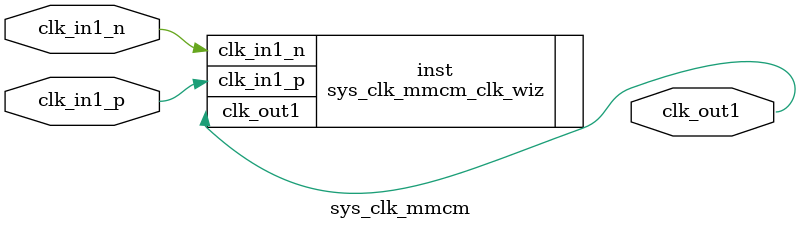
<source format=v>


`timescale 1ps/1ps

(* CORE_GENERATION_INFO = "sys_clk_mmcm,clk_wiz_v6_0_2_0_0,{component_name=sys_clk_mmcm,use_phase_alignment=true,use_min_o_jitter=false,use_max_i_jitter=false,use_dyn_phase_shift=false,use_inclk_switchover=false,use_dyn_reconfig=false,enable_axi=0,feedback_source=FDBK_AUTO,PRIMITIVE=MMCM,num_out_clk=1,clkin1_period=5.000,clkin2_period=10.0,use_power_down=false,use_reset=false,use_locked=false,use_inclk_stopped=false,feedback_type=SINGLE,CLOCK_MGR_TYPE=NA,manual_override=false}" *)

module sys_clk_mmcm 
 (
  // Clock out ports
  output        clk_out1,
 // Clock in ports
  input         clk_in1_p,
  input         clk_in1_n
 );

  sys_clk_mmcm_clk_wiz inst
  (
  // Clock out ports  
  .clk_out1(clk_out1),
 // Clock in ports
  .clk_in1_p(clk_in1_p),
  .clk_in1_n(clk_in1_n)
  );

endmodule

</source>
